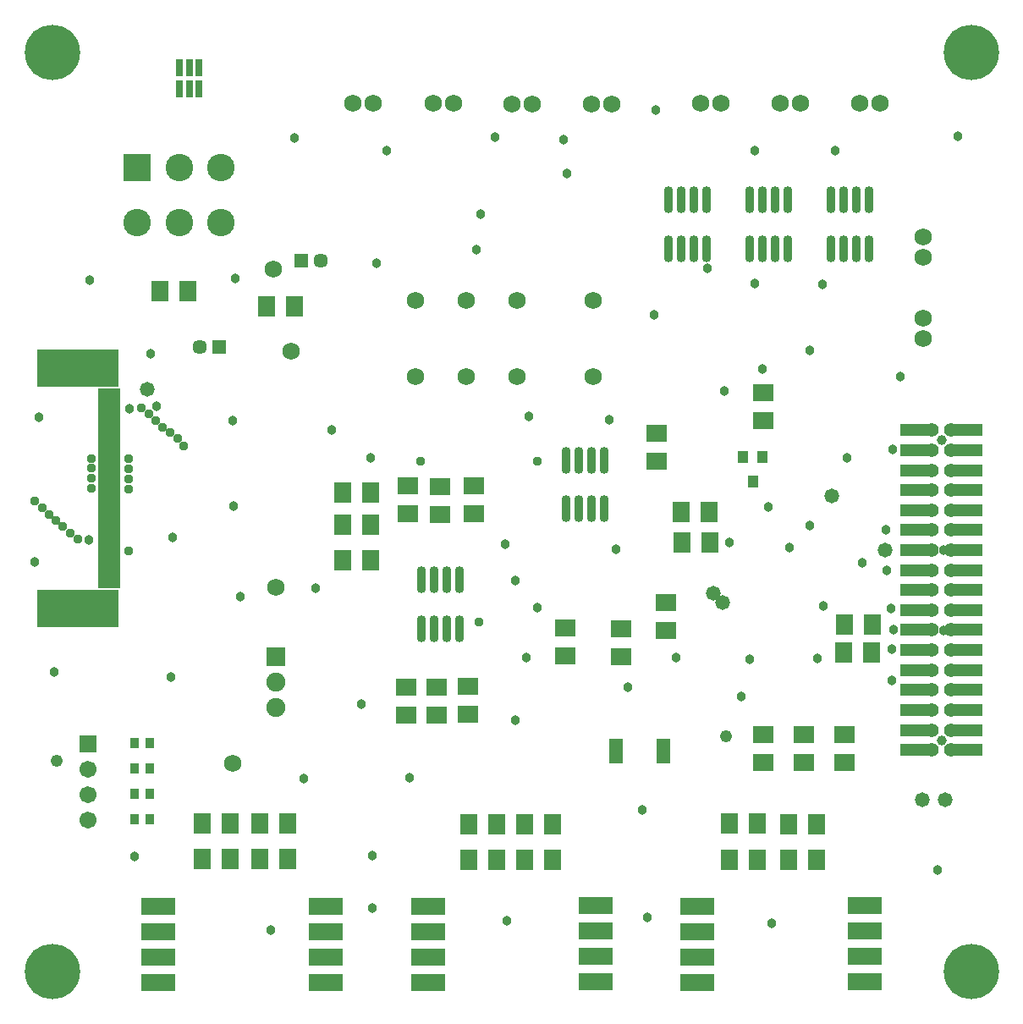
<source format=gts>
%FSLAX23Y23*%
%MOIN*%
G70*
G01*
G75*
G04 Layer_Color=8388736*
%ADD10R,0.063X0.071*%
%ADD11R,0.028X0.035*%
%ADD12R,0.047X0.013*%
%ADD13R,0.071X0.063*%
%ADD14R,0.022X0.057*%
%ADD15R,0.022X0.057*%
%ADD16R,0.315X0.138*%
%ADD17R,0.079X0.012*%
%ADD18R,0.130X0.060*%
%ADD19O,0.028X0.098*%
%ADD20R,0.033X0.039*%
%ADD21R,0.033X0.039*%
%ADD22C,0.060*%
%ADD23R,0.118X0.039*%
%ADD24C,0.010*%
%ADD25C,0.012*%
%ADD26C,0.015*%
%ADD27C,0.050*%
%ADD28C,0.020*%
%ADD29C,0.025*%
%ADD30R,0.049X0.049*%
%ADD31C,0.049*%
%ADD32C,0.067*%
%ADD33R,0.067X0.067*%
%ADD34R,0.100X0.100*%
%ADD35C,0.100*%
%ADD36C,0.210*%
%ADD37R,0.059X0.059*%
%ADD38C,0.059*%
%ADD39C,0.047*%
%ADD40C,0.039*%
%ADD41C,0.030*%
%ADD42C,0.029*%
%ADD43C,0.040*%
%ADD44C,0.050*%
%ADD45C,0.008*%
%ADD46C,0.010*%
%ADD47C,0.004*%
%ADD48C,0.007*%
%ADD49C,0.006*%
%ADD50C,0.008*%
%ADD51R,0.071X0.079*%
%ADD52R,0.036X0.043*%
%ADD53R,0.055X0.021*%
%ADD54R,0.079X0.071*%
%ADD55R,0.030X0.065*%
%ADD56R,0.030X0.065*%
%ADD57R,0.323X0.146*%
%ADD58R,0.087X0.020*%
%ADD59R,0.138X0.068*%
%ADD60O,0.036X0.106*%
%ADD61R,0.041X0.047*%
%ADD62R,0.041X0.047*%
%ADD63C,0.068*%
%ADD64R,0.126X0.047*%
%ADD65R,0.057X0.057*%
%ADD66C,0.057*%
%ADD67C,0.075*%
%ADD68R,0.075X0.075*%
%ADD69R,0.108X0.108*%
%ADD70C,0.108*%
%ADD71C,0.218*%
%ADD72R,0.067X0.067*%
%ADD73C,0.067*%
%ADD74C,0.055*%
%ADD75C,0.038*%
%ADD76C,0.037*%
%ADD77C,0.048*%
%ADD78C,0.058*%
D40*
X3504Y913D02*
D03*
X3504Y2095D02*
D03*
D51*
X3120Y1367D02*
D03*
X3230Y1367D02*
D03*
X928Y444D02*
D03*
X818Y444D02*
D03*
X1971Y440D02*
D03*
X1861Y440D02*
D03*
X3229Y1258D02*
D03*
X3119Y1258D02*
D03*
X3012Y443D02*
D03*
X2902Y443D02*
D03*
X1146Y1760D02*
D03*
X1256Y1760D02*
D03*
X703Y585D02*
D03*
X593Y585D02*
D03*
X703Y445D02*
D03*
X593Y445D02*
D03*
X818Y584D02*
D03*
X928Y584D02*
D03*
X1751Y580D02*
D03*
X1641Y580D02*
D03*
X1751Y440D02*
D03*
X1641Y440D02*
D03*
X1861Y580D02*
D03*
X1971Y580D02*
D03*
X1146Y1888D02*
D03*
X1256Y1888D02*
D03*
X425Y2680D02*
D03*
X535Y2680D02*
D03*
X2778Y585D02*
D03*
X2668Y585D02*
D03*
X2778Y441D02*
D03*
X2668Y441D02*
D03*
X2902Y583D02*
D03*
X3012Y583D02*
D03*
X2592Y1693D02*
D03*
X2482Y1693D02*
D03*
X2587Y1813D02*
D03*
X2477Y1813D02*
D03*
X845Y2620D02*
D03*
X955Y2620D02*
D03*
X1255Y1620D02*
D03*
X1145Y1620D02*
D03*
D52*
X326Y901D02*
D03*
X386Y901D02*
D03*
X326Y801D02*
D03*
X386Y801D02*
D03*
X326Y601D02*
D03*
X386Y601D02*
D03*
X326Y701D02*
D03*
X386Y701D02*
D03*
D53*
X2221Y908D02*
D03*
X2221Y889D02*
D03*
X2221Y869D02*
D03*
X2221Y849D02*
D03*
X2407Y908D02*
D03*
X2407Y889D02*
D03*
X2407Y869D02*
D03*
X2407Y849D02*
D03*
X2221Y830D02*
D03*
X2407Y830D02*
D03*
D54*
X1516Y1012D02*
D03*
X1516Y1122D02*
D03*
X1637Y1014D02*
D03*
X1637Y1124D02*
D03*
X1396Y1122D02*
D03*
X1396Y1012D02*
D03*
X2020Y1355D02*
D03*
X2020Y1245D02*
D03*
X2418Y1456D02*
D03*
X2418Y1346D02*
D03*
X2240Y1353D02*
D03*
X2240Y1243D02*
D03*
X1528Y1911D02*
D03*
X1528Y1801D02*
D03*
X1660Y1805D02*
D03*
X1660Y1915D02*
D03*
X2380Y2010D02*
D03*
X2380Y2120D02*
D03*
X3120Y935D02*
D03*
X3120Y825D02*
D03*
X2800Y825D02*
D03*
X2800Y935D02*
D03*
X2800Y2170D02*
D03*
X2800Y2280D02*
D03*
X1400Y1915D02*
D03*
X1400Y1805D02*
D03*
X2960Y935D02*
D03*
X2960Y825D02*
D03*
D55*
X577Y3478D02*
D03*
X540Y3478D02*
D03*
X503Y3478D02*
D03*
X503Y3562D02*
D03*
X540Y3562D02*
D03*
D56*
X577Y3562D02*
D03*
D57*
X100Y2378D02*
D03*
X100Y1431D02*
D03*
D58*
X226Y2288D02*
D03*
X226Y2268D02*
D03*
X226Y2249D02*
D03*
X226Y2229D02*
D03*
X226Y2209D02*
D03*
X226Y2190D02*
D03*
X226Y2170D02*
D03*
X226Y2150D02*
D03*
X226Y2131D02*
D03*
X226Y2111D02*
D03*
X226Y2091D02*
D03*
X226Y2072D02*
D03*
X226Y2052D02*
D03*
X226Y2032D02*
D03*
X226Y2013D02*
D03*
X226Y1993D02*
D03*
X226Y1973D02*
D03*
X226Y1953D02*
D03*
X226Y1934D02*
D03*
X226Y1914D02*
D03*
X226Y1894D02*
D03*
X226Y1875D02*
D03*
X226Y1855D02*
D03*
X226Y1835D02*
D03*
X226Y1816D02*
D03*
X226Y1796D02*
D03*
X226Y1776D02*
D03*
X226Y1757D02*
D03*
X226Y1737D02*
D03*
X226Y1717D02*
D03*
X226Y1698D02*
D03*
X226Y1678D02*
D03*
X226Y1658D02*
D03*
X226Y1639D02*
D03*
X226Y1619D02*
D03*
X226Y1599D02*
D03*
X226Y1579D02*
D03*
X226Y1560D02*
D03*
X226Y1540D02*
D03*
X226Y1520D02*
D03*
D59*
X419Y-43D02*
D03*
X1079Y258D02*
D03*
X1079Y158D02*
D03*
X1079Y58D02*
D03*
X1079Y-42D02*
D03*
X419Y57D02*
D03*
X419Y157D02*
D03*
X419Y257D02*
D03*
X1480Y-41D02*
D03*
X2140Y260D02*
D03*
X2140Y160D02*
D03*
X2140Y60D02*
D03*
X2140Y-40D02*
D03*
X1480Y59D02*
D03*
X1480Y159D02*
D03*
X1480Y259D02*
D03*
X2542Y-41D02*
D03*
X3202Y260D02*
D03*
X3202Y160D02*
D03*
X3202Y60D02*
D03*
X3202Y-40D02*
D03*
X2542Y59D02*
D03*
X2542Y159D02*
D03*
X2542Y259D02*
D03*
D60*
X1456Y1353D02*
D03*
X1506Y1353D02*
D03*
X1556Y1353D02*
D03*
X1606Y1353D02*
D03*
X1456Y1545D02*
D03*
X1506Y1545D02*
D03*
X1556Y1545D02*
D03*
X1606Y1545D02*
D03*
X2428Y2848D02*
D03*
X2478Y2848D02*
D03*
X2528Y2848D02*
D03*
X2578Y2848D02*
D03*
X2428Y3040D02*
D03*
X2478Y3040D02*
D03*
X2528Y3040D02*
D03*
X2578Y3040D02*
D03*
X2748Y2848D02*
D03*
X2798Y2848D02*
D03*
X2848Y2848D02*
D03*
X2898Y2848D02*
D03*
X2748Y3040D02*
D03*
X2798Y3040D02*
D03*
X2848Y3040D02*
D03*
X2898Y3040D02*
D03*
X3068Y2848D02*
D03*
X3118Y2848D02*
D03*
X3168Y2848D02*
D03*
X3218Y2848D02*
D03*
X3068Y3040D02*
D03*
X3118Y3040D02*
D03*
X3168Y3040D02*
D03*
X3218Y3040D02*
D03*
X2025Y1824D02*
D03*
X2075Y1824D02*
D03*
X2125Y1824D02*
D03*
X2175Y1824D02*
D03*
X2025Y2016D02*
D03*
X2075Y2016D02*
D03*
X2125Y2016D02*
D03*
X2175Y2016D02*
D03*
D61*
X2797Y2027D02*
D03*
X2760Y1933D02*
D03*
D62*
X2723Y2027D02*
D03*
D63*
X711Y821D02*
D03*
X943Y2445D02*
D03*
X872Y2769D02*
D03*
X2132Y2644D02*
D03*
X1832Y2644D02*
D03*
X1632Y2644D02*
D03*
X1432Y2644D02*
D03*
X1432Y2344D02*
D03*
X1632Y2344D02*
D03*
X1832Y2344D02*
D03*
X2132Y2344D02*
D03*
X1500Y3420D02*
D03*
X1580Y3420D02*
D03*
X3181Y3420D02*
D03*
X3261Y3420D02*
D03*
X2556Y3420D02*
D03*
X2636Y3420D02*
D03*
X2869Y3420D02*
D03*
X2949Y3420D02*
D03*
X1812Y3419D02*
D03*
X1892Y3419D02*
D03*
X2124Y3419D02*
D03*
X2204Y3419D02*
D03*
X1186Y3420D02*
D03*
X1266Y3420D02*
D03*
X3431Y2895D02*
D03*
X3431Y2815D02*
D03*
X3431Y2575D02*
D03*
X3431Y2495D02*
D03*
X881Y1516D02*
D03*
D64*
X3406Y2134D02*
D03*
X3602Y2134D02*
D03*
X3406Y2055D02*
D03*
X3602Y2055D02*
D03*
X3406Y1976D02*
D03*
X3602Y1976D02*
D03*
X3406Y1898D02*
D03*
X3602Y1898D02*
D03*
X3406Y1819D02*
D03*
X3602Y1819D02*
D03*
X3406Y1740D02*
D03*
X3602Y1740D02*
D03*
X3406Y1661D02*
D03*
X3602Y1661D02*
D03*
X3406Y1583D02*
D03*
X3602Y1583D02*
D03*
X3406Y1504D02*
D03*
X3602Y1504D02*
D03*
X3406Y1425D02*
D03*
X3602Y1425D02*
D03*
X3406Y1347D02*
D03*
X3602Y1347D02*
D03*
X3406Y1268D02*
D03*
X3602Y1268D02*
D03*
X3406Y1189D02*
D03*
X3602Y1189D02*
D03*
X3406Y1110D02*
D03*
X3602Y1110D02*
D03*
X3406Y1032D02*
D03*
X3602Y1032D02*
D03*
X3406Y953D02*
D03*
X3602Y953D02*
D03*
X3406Y874D02*
D03*
X3602Y874D02*
D03*
D65*
X659Y2460D02*
D03*
X981Y2800D02*
D03*
D66*
X581Y2460D02*
D03*
X1059Y2800D02*
D03*
D67*
X880Y1040D02*
D03*
X880Y1140D02*
D03*
D68*
X880Y1240D02*
D03*
D69*
X335Y3168D02*
D03*
D70*
X335Y2952D02*
D03*
X500Y2952D02*
D03*
X500Y3168D02*
D03*
X665Y2952D02*
D03*
X665Y3168D02*
D03*
D71*
X-0Y-0D02*
D03*
X-0Y3623D02*
D03*
X3622Y-0D02*
D03*
X3622Y3622D02*
D03*
D72*
X142Y899D02*
D03*
D73*
X142Y799D02*
D03*
X142Y699D02*
D03*
X142Y599D02*
D03*
D74*
X3543Y874D02*
D03*
X3465Y874D02*
D03*
X3543Y953D02*
D03*
X3465Y953D02*
D03*
X3543Y1032D02*
D03*
X3465Y1032D02*
D03*
X3543Y1110D02*
D03*
X3465Y1110D02*
D03*
X3543Y1189D02*
D03*
X3465Y1189D02*
D03*
X3543Y1268D02*
D03*
X3465Y1268D02*
D03*
X3543Y1347D02*
D03*
X3465Y1347D02*
D03*
X3543Y1425D02*
D03*
X3465Y1425D02*
D03*
X3543Y1504D02*
D03*
X3465Y1504D02*
D03*
X3543Y1583D02*
D03*
X3465Y1583D02*
D03*
X3543Y1661D02*
D03*
X3465Y1661D02*
D03*
X3543Y1740D02*
D03*
X3465Y1740D02*
D03*
X3543Y1819D02*
D03*
X3465Y1819D02*
D03*
X3543Y1898D02*
D03*
X3465Y1898D02*
D03*
X3543Y1976D02*
D03*
X3465Y1976D02*
D03*
X3543Y2055D02*
D03*
X3465Y2055D02*
D03*
X3543Y2134D02*
D03*
X3465Y2134D02*
D03*
D75*
X3039Y1440D02*
D03*
X1689Y2984D02*
D03*
X2669Y1692D02*
D03*
X3307Y1272D02*
D03*
X2905Y1673D02*
D03*
X3314Y1347D02*
D03*
X3309Y1148D02*
D03*
X3289Y1582D02*
D03*
X2581Y2770D02*
D03*
X3312Y2059D02*
D03*
X3286Y1741D02*
D03*
X1255Y2024D02*
D03*
X2028Y3144D02*
D03*
X2798Y2375D02*
D03*
X2823Y1833D02*
D03*
X2748Y1231D02*
D03*
X1825Y1540D02*
D03*
X3305Y1430D02*
D03*
X2986Y1757D02*
D03*
X2986Y2449D02*
D03*
X3133Y2026D02*
D03*
X146Y1702D02*
D03*
X305Y2219D02*
D03*
X412Y2229D02*
D03*
X990Y761D02*
D03*
X1409Y764D02*
D03*
X1824Y990D02*
D03*
X712Y2170D02*
D03*
X716Y1835D02*
D03*
X1103Y2136D02*
D03*
X1868Y1237D02*
D03*
X1786Y1685D02*
D03*
X1910Y1436D02*
D03*
X2268Y1120D02*
D03*
X2324Y638D02*
D03*
X2345Y216D02*
D03*
X1261Y251D02*
D03*
X1261Y457D02*
D03*
X325Y455D02*
D03*
X3488Y402D02*
D03*
X3016Y1234D02*
D03*
X3340Y2345D02*
D03*
X2767Y2711D02*
D03*
X3035Y2709D02*
D03*
X2377Y3395D02*
D03*
X2014Y3279D02*
D03*
X1746Y3287D02*
D03*
X2372Y2587D02*
D03*
X2648Y2287D02*
D03*
X3085Y3236D02*
D03*
X2767Y3234D02*
D03*
X3568Y3292D02*
D03*
X956Y3284D02*
D03*
X147Y2725D02*
D03*
X388Y2436D02*
D03*
X720Y2732D02*
D03*
X1279Y2791D02*
D03*
X1319Y3236D02*
D03*
X1672Y2846D02*
D03*
X1879Y2189D02*
D03*
X2194Y2176D02*
D03*
X2223Y1664D02*
D03*
X1791Y203D02*
D03*
X2835Y192D02*
D03*
X860Y166D02*
D03*
X469Y1163D02*
D03*
X1038Y1510D02*
D03*
X1219Y1055D02*
D03*
X8Y1183D02*
D03*
X-53Y2184D02*
D03*
X-70Y1615D02*
D03*
X2714Y1086D02*
D03*
X2457Y1237D02*
D03*
X476Y1711D02*
D03*
X740Y1478D02*
D03*
X3191Y1611D02*
D03*
X3512Y1661D02*
D03*
X3512Y1344D02*
D03*
D76*
X155Y2023D02*
D03*
X300Y2021D02*
D03*
X155Y1985D02*
D03*
X155Y1945D02*
D03*
X300Y1942D02*
D03*
X155Y1905D02*
D03*
X300Y1902D02*
D03*
X-67Y1855D02*
D03*
X-38Y1827D02*
D03*
X-13Y1800D02*
D03*
X15Y1777D02*
D03*
X43Y1754D02*
D03*
X71Y1728D02*
D03*
X100Y1706D02*
D03*
X352Y2221D02*
D03*
X381Y2199D02*
D03*
X409Y2173D02*
D03*
X436Y2146D02*
D03*
X465Y2124D02*
D03*
X519Y2072D02*
D03*
X1682Y1378D02*
D03*
X1913Y2012D02*
D03*
X1450Y2012D02*
D03*
X300Y1981D02*
D03*
X302Y1657D02*
D03*
X494Y2100D02*
D03*
D77*
X2654Y927D02*
D03*
X19Y832D02*
D03*
D78*
X2642Y1455D02*
D03*
X3519Y677D02*
D03*
X3428Y678D02*
D03*
X2605Y1493D02*
D03*
X3283Y1663D02*
D03*
X3070Y1874D02*
D03*
X375Y2294D02*
D03*
M02*

</source>
